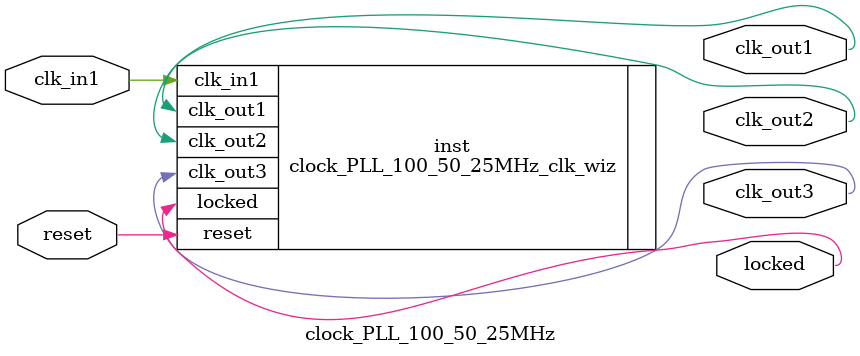
<source format=v>


`timescale 1ps/1ps

(* CORE_GENERATION_INFO = "clock_PLL_100_50_25MHz,clk_wiz_v6_0_13_0_0,{component_name=clock_PLL_100_50_25MHz,use_phase_alignment=true,use_min_o_jitter=false,use_max_i_jitter=false,use_dyn_phase_shift=false,use_inclk_switchover=false,use_dyn_reconfig=false,enable_axi=0,feedback_source=FDBK_AUTO,PRIMITIVE=MMCM,num_out_clk=3,clkin1_period=10.000,clkin2_period=10.000,use_power_down=false,use_reset=true,use_locked=true,use_inclk_stopped=false,feedback_type=SINGLE,CLOCK_MGR_TYPE=NA,manual_override=false}" *)

module clock_PLL_100_50_25MHz 
 (
  // Clock out ports
  output        clk_out1,
  output        clk_out2,
  output        clk_out3,
  // Status and control signals
  input         reset,
  output        locked,
 // Clock in ports
  input         clk_in1
 );

  clock_PLL_100_50_25MHz_clk_wiz inst
  (
  // Clock out ports  
  .clk_out1(clk_out1),
  .clk_out2(clk_out2),
  .clk_out3(clk_out3),
  // Status and control signals               
  .reset(reset), 
  .locked(locked),
 // Clock in ports
  .clk_in1(clk_in1)
  );

endmodule

</source>
